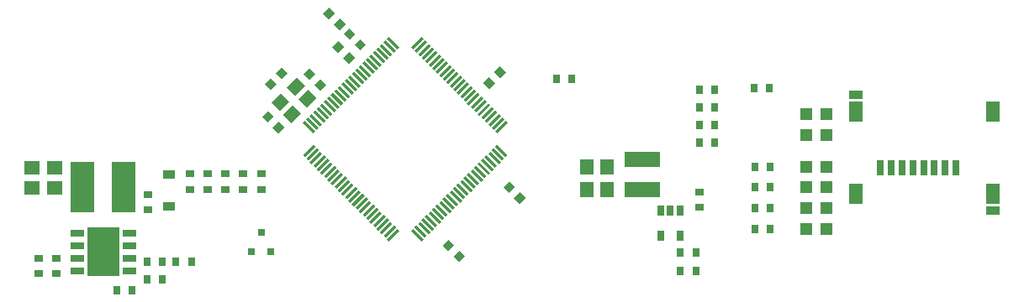
<source format=gbr>
G04 #@! TF.FileFunction,Paste,Top*
%FSLAX46Y46*%
G04 Gerber Fmt 4.6, Leading zero omitted, Abs format (unit mm)*
G04 Created by KiCad (PCBNEW 4.0.3+e1-6302~38~ubuntu14.04.1-stable) date Wed Sep 28 21:03:55 2016*
%MOMM*%
%LPD*%
G01*
G04 APERTURE LIST*
%ADD10C,0.100000*%
%ADD11R,1.198880X1.198880*%
%ADD12R,3.600000X1.500000*%
%ADD13R,0.800100X0.800100*%
%ADD14R,0.700000X1.000000*%
%ADD15R,0.864000X0.787000*%
%ADD16R,0.787000X0.864000*%
%ADD17R,2.350000X5.100000*%
%ADD18R,1.350000X0.750000*%
%ADD19R,3.200000X4.900000*%
%ADD20R,1.220000X0.910000*%
%ADD21R,1.500000X1.400000*%
%ADD22R,1.400000X1.500000*%
%ADD23R,0.800000X1.500000*%
%ADD24R,1.450000X2.000000*%
%ADD25R,1.450000X0.900000*%
G04 APERTURE END LIST*
D10*
D11*
X155350980Y-89600000D03*
X157449020Y-89600000D03*
X155350980Y-87500000D03*
X157449020Y-87500000D03*
X155350980Y-99100000D03*
X157449020Y-99100000D03*
X155350980Y-97000000D03*
X157449020Y-97000000D03*
X155350980Y-94900000D03*
X157449020Y-94900000D03*
X155350980Y-92800000D03*
X157449020Y-92800000D03*
D12*
X138900000Y-95125000D03*
X138900000Y-92075000D03*
D10*
G36*
X108846662Y-79401992D02*
X109376992Y-78871662D01*
X109942678Y-79437348D01*
X109412348Y-79967678D01*
X108846662Y-79401992D01*
X108846662Y-79401992D01*
G37*
G36*
X109907322Y-80462652D02*
X110437652Y-79932322D01*
X111003338Y-80498008D01*
X110473008Y-81028338D01*
X109907322Y-80462652D01*
X109907322Y-80462652D01*
G37*
D13*
X99550000Y-101400760D03*
X101450000Y-101400760D03*
X100500000Y-99401780D03*
D10*
G36*
X113161522Y-79888373D02*
X113373654Y-79676241D01*
X114434314Y-80736901D01*
X114222182Y-80949033D01*
X113161522Y-79888373D01*
X113161522Y-79888373D01*
G37*
G36*
X112807969Y-80241926D02*
X113020101Y-80029794D01*
X114080761Y-81090454D01*
X113868629Y-81302586D01*
X112807969Y-80241926D01*
X112807969Y-80241926D01*
G37*
G36*
X112454416Y-80595480D02*
X112666548Y-80383348D01*
X113727208Y-81444008D01*
X113515076Y-81656140D01*
X112454416Y-80595480D01*
X112454416Y-80595480D01*
G37*
G36*
X112100862Y-80949033D02*
X112312994Y-80736901D01*
X113373654Y-81797561D01*
X113161522Y-82009693D01*
X112100862Y-80949033D01*
X112100862Y-80949033D01*
G37*
G36*
X111747309Y-81302587D02*
X111959441Y-81090455D01*
X113020101Y-82151115D01*
X112807969Y-82363247D01*
X111747309Y-81302587D01*
X111747309Y-81302587D01*
G37*
G36*
X111393756Y-81656140D02*
X111605888Y-81444008D01*
X112666548Y-82504668D01*
X112454416Y-82716800D01*
X111393756Y-81656140D01*
X111393756Y-81656140D01*
G37*
G36*
X111040202Y-82009693D02*
X111252334Y-81797561D01*
X112312994Y-82858221D01*
X112100862Y-83070353D01*
X111040202Y-82009693D01*
X111040202Y-82009693D01*
G37*
G36*
X110686649Y-82363247D02*
X110898781Y-82151115D01*
X111959441Y-83211775D01*
X111747309Y-83423907D01*
X110686649Y-82363247D01*
X110686649Y-82363247D01*
G37*
G36*
X110333095Y-82716800D02*
X110545227Y-82504668D01*
X111605887Y-83565328D01*
X111393755Y-83777460D01*
X110333095Y-82716800D01*
X110333095Y-82716800D01*
G37*
G36*
X109979542Y-83070354D02*
X110191674Y-82858222D01*
X111252334Y-83918882D01*
X111040202Y-84131014D01*
X109979542Y-83070354D01*
X109979542Y-83070354D01*
G37*
G36*
X109625989Y-83423907D02*
X109838121Y-83211775D01*
X110898781Y-84272435D01*
X110686649Y-84484567D01*
X109625989Y-83423907D01*
X109625989Y-83423907D01*
G37*
G36*
X109272435Y-83777460D02*
X109484567Y-83565328D01*
X110545227Y-84625988D01*
X110333095Y-84838120D01*
X109272435Y-83777460D01*
X109272435Y-83777460D01*
G37*
G36*
X108918882Y-84131014D02*
X109131014Y-83918882D01*
X110191674Y-84979542D01*
X109979542Y-85191674D01*
X108918882Y-84131014D01*
X108918882Y-84131014D01*
G37*
G36*
X108565328Y-84484567D02*
X108777460Y-84272435D01*
X109838120Y-85333095D01*
X109625988Y-85545227D01*
X108565328Y-84484567D01*
X108565328Y-84484567D01*
G37*
G36*
X108211775Y-84838121D02*
X108423907Y-84625989D01*
X109484567Y-85686649D01*
X109272435Y-85898781D01*
X108211775Y-84838121D01*
X108211775Y-84838121D01*
G37*
G36*
X107858222Y-85191674D02*
X108070354Y-84979542D01*
X109131014Y-86040202D01*
X108918882Y-86252334D01*
X107858222Y-85191674D01*
X107858222Y-85191674D01*
G37*
G36*
X107504668Y-85545227D02*
X107716800Y-85333095D01*
X108777460Y-86393755D01*
X108565328Y-86605887D01*
X107504668Y-85545227D01*
X107504668Y-85545227D01*
G37*
G36*
X107151115Y-85898781D02*
X107363247Y-85686649D01*
X108423907Y-86747309D01*
X108211775Y-86959441D01*
X107151115Y-85898781D01*
X107151115Y-85898781D01*
G37*
G36*
X106797561Y-86252334D02*
X107009693Y-86040202D01*
X108070353Y-87100862D01*
X107858221Y-87312994D01*
X106797561Y-86252334D01*
X106797561Y-86252334D01*
G37*
G36*
X106444008Y-86605888D02*
X106656140Y-86393756D01*
X107716800Y-87454416D01*
X107504668Y-87666548D01*
X106444008Y-86605888D01*
X106444008Y-86605888D01*
G37*
G36*
X106090455Y-86959441D02*
X106302587Y-86747309D01*
X107363247Y-87807969D01*
X107151115Y-88020101D01*
X106090455Y-86959441D01*
X106090455Y-86959441D01*
G37*
G36*
X105736901Y-87312994D02*
X105949033Y-87100862D01*
X107009693Y-88161522D01*
X106797561Y-88373654D01*
X105736901Y-87312994D01*
X105736901Y-87312994D01*
G37*
G36*
X105383348Y-87666548D02*
X105595480Y-87454416D01*
X106656140Y-88515076D01*
X106444008Y-88727208D01*
X105383348Y-87666548D01*
X105383348Y-87666548D01*
G37*
G36*
X105029794Y-88020101D02*
X105241926Y-87807969D01*
X106302586Y-88868629D01*
X106090454Y-89080761D01*
X105029794Y-88020101D01*
X105029794Y-88020101D01*
G37*
G36*
X104676241Y-88373654D02*
X104888373Y-88161522D01*
X105949033Y-89222182D01*
X105736901Y-89434314D01*
X104676241Y-88373654D01*
X104676241Y-88373654D01*
G37*
G36*
X104888373Y-91838478D02*
X104676241Y-91626346D01*
X105736901Y-90565686D01*
X105949033Y-90777818D01*
X104888373Y-91838478D01*
X104888373Y-91838478D01*
G37*
G36*
X105241926Y-92192031D02*
X105029794Y-91979899D01*
X106090454Y-90919239D01*
X106302586Y-91131371D01*
X105241926Y-92192031D01*
X105241926Y-92192031D01*
G37*
G36*
X105595480Y-92545584D02*
X105383348Y-92333452D01*
X106444008Y-91272792D01*
X106656140Y-91484924D01*
X105595480Y-92545584D01*
X105595480Y-92545584D01*
G37*
G36*
X105949033Y-92899138D02*
X105736901Y-92687006D01*
X106797561Y-91626346D01*
X107009693Y-91838478D01*
X105949033Y-92899138D01*
X105949033Y-92899138D01*
G37*
G36*
X106302587Y-93252691D02*
X106090455Y-93040559D01*
X107151115Y-91979899D01*
X107363247Y-92192031D01*
X106302587Y-93252691D01*
X106302587Y-93252691D01*
G37*
G36*
X106656140Y-93606244D02*
X106444008Y-93394112D01*
X107504668Y-92333452D01*
X107716800Y-92545584D01*
X106656140Y-93606244D01*
X106656140Y-93606244D01*
G37*
G36*
X107009693Y-93959798D02*
X106797561Y-93747666D01*
X107858221Y-92687006D01*
X108070353Y-92899138D01*
X107009693Y-93959798D01*
X107009693Y-93959798D01*
G37*
G36*
X107363247Y-94313351D02*
X107151115Y-94101219D01*
X108211775Y-93040559D01*
X108423907Y-93252691D01*
X107363247Y-94313351D01*
X107363247Y-94313351D01*
G37*
G36*
X107716800Y-94666905D02*
X107504668Y-94454773D01*
X108565328Y-93394113D01*
X108777460Y-93606245D01*
X107716800Y-94666905D01*
X107716800Y-94666905D01*
G37*
G36*
X108070354Y-95020458D02*
X107858222Y-94808326D01*
X108918882Y-93747666D01*
X109131014Y-93959798D01*
X108070354Y-95020458D01*
X108070354Y-95020458D01*
G37*
G36*
X108423907Y-95374011D02*
X108211775Y-95161879D01*
X109272435Y-94101219D01*
X109484567Y-94313351D01*
X108423907Y-95374011D01*
X108423907Y-95374011D01*
G37*
G36*
X108777460Y-95727565D02*
X108565328Y-95515433D01*
X109625988Y-94454773D01*
X109838120Y-94666905D01*
X108777460Y-95727565D01*
X108777460Y-95727565D01*
G37*
G36*
X109131014Y-96081118D02*
X108918882Y-95868986D01*
X109979542Y-94808326D01*
X110191674Y-95020458D01*
X109131014Y-96081118D01*
X109131014Y-96081118D01*
G37*
G36*
X109484567Y-96434672D02*
X109272435Y-96222540D01*
X110333095Y-95161880D01*
X110545227Y-95374012D01*
X109484567Y-96434672D01*
X109484567Y-96434672D01*
G37*
G36*
X109838121Y-96788225D02*
X109625989Y-96576093D01*
X110686649Y-95515433D01*
X110898781Y-95727565D01*
X109838121Y-96788225D01*
X109838121Y-96788225D01*
G37*
G36*
X110191674Y-97141778D02*
X109979542Y-96929646D01*
X111040202Y-95868986D01*
X111252334Y-96081118D01*
X110191674Y-97141778D01*
X110191674Y-97141778D01*
G37*
G36*
X110545227Y-97495332D02*
X110333095Y-97283200D01*
X111393755Y-96222540D01*
X111605887Y-96434672D01*
X110545227Y-97495332D01*
X110545227Y-97495332D01*
G37*
G36*
X110898781Y-97848885D02*
X110686649Y-97636753D01*
X111747309Y-96576093D01*
X111959441Y-96788225D01*
X110898781Y-97848885D01*
X110898781Y-97848885D01*
G37*
G36*
X111252334Y-98202439D02*
X111040202Y-97990307D01*
X112100862Y-96929647D01*
X112312994Y-97141779D01*
X111252334Y-98202439D01*
X111252334Y-98202439D01*
G37*
G36*
X111605888Y-98555992D02*
X111393756Y-98343860D01*
X112454416Y-97283200D01*
X112666548Y-97495332D01*
X111605888Y-98555992D01*
X111605888Y-98555992D01*
G37*
G36*
X111959441Y-98909545D02*
X111747309Y-98697413D01*
X112807969Y-97636753D01*
X113020101Y-97848885D01*
X111959441Y-98909545D01*
X111959441Y-98909545D01*
G37*
G36*
X112312994Y-99263099D02*
X112100862Y-99050967D01*
X113161522Y-97990307D01*
X113373654Y-98202439D01*
X112312994Y-99263099D01*
X112312994Y-99263099D01*
G37*
G36*
X112666548Y-99616652D02*
X112454416Y-99404520D01*
X113515076Y-98343860D01*
X113727208Y-98555992D01*
X112666548Y-99616652D01*
X112666548Y-99616652D01*
G37*
G36*
X113020101Y-99970206D02*
X112807969Y-99758074D01*
X113868629Y-98697414D01*
X114080761Y-98909546D01*
X113020101Y-99970206D01*
X113020101Y-99970206D01*
G37*
G36*
X113373654Y-100323759D02*
X113161522Y-100111627D01*
X114222182Y-99050967D01*
X114434314Y-99263099D01*
X113373654Y-100323759D01*
X113373654Y-100323759D01*
G37*
G36*
X115565686Y-99263099D02*
X115777818Y-99050967D01*
X116838478Y-100111627D01*
X116626346Y-100323759D01*
X115565686Y-99263099D01*
X115565686Y-99263099D01*
G37*
G36*
X115919239Y-98909546D02*
X116131371Y-98697414D01*
X117192031Y-99758074D01*
X116979899Y-99970206D01*
X115919239Y-98909546D01*
X115919239Y-98909546D01*
G37*
G36*
X116272792Y-98555992D02*
X116484924Y-98343860D01*
X117545584Y-99404520D01*
X117333452Y-99616652D01*
X116272792Y-98555992D01*
X116272792Y-98555992D01*
G37*
G36*
X116626346Y-98202439D02*
X116838478Y-97990307D01*
X117899138Y-99050967D01*
X117687006Y-99263099D01*
X116626346Y-98202439D01*
X116626346Y-98202439D01*
G37*
G36*
X116979899Y-97848885D02*
X117192031Y-97636753D01*
X118252691Y-98697413D01*
X118040559Y-98909545D01*
X116979899Y-97848885D01*
X116979899Y-97848885D01*
G37*
G36*
X117333452Y-97495332D02*
X117545584Y-97283200D01*
X118606244Y-98343860D01*
X118394112Y-98555992D01*
X117333452Y-97495332D01*
X117333452Y-97495332D01*
G37*
G36*
X117687006Y-97141779D02*
X117899138Y-96929647D01*
X118959798Y-97990307D01*
X118747666Y-98202439D01*
X117687006Y-97141779D01*
X117687006Y-97141779D01*
G37*
G36*
X118040559Y-96788225D02*
X118252691Y-96576093D01*
X119313351Y-97636753D01*
X119101219Y-97848885D01*
X118040559Y-96788225D01*
X118040559Y-96788225D01*
G37*
G36*
X118394113Y-96434672D02*
X118606245Y-96222540D01*
X119666905Y-97283200D01*
X119454773Y-97495332D01*
X118394113Y-96434672D01*
X118394113Y-96434672D01*
G37*
G36*
X118747666Y-96081118D02*
X118959798Y-95868986D01*
X120020458Y-96929646D01*
X119808326Y-97141778D01*
X118747666Y-96081118D01*
X118747666Y-96081118D01*
G37*
G36*
X119101219Y-95727565D02*
X119313351Y-95515433D01*
X120374011Y-96576093D01*
X120161879Y-96788225D01*
X119101219Y-95727565D01*
X119101219Y-95727565D01*
G37*
G36*
X119454773Y-95374012D02*
X119666905Y-95161880D01*
X120727565Y-96222540D01*
X120515433Y-96434672D01*
X119454773Y-95374012D01*
X119454773Y-95374012D01*
G37*
G36*
X119808326Y-95020458D02*
X120020458Y-94808326D01*
X121081118Y-95868986D01*
X120868986Y-96081118D01*
X119808326Y-95020458D01*
X119808326Y-95020458D01*
G37*
G36*
X120161880Y-94666905D02*
X120374012Y-94454773D01*
X121434672Y-95515433D01*
X121222540Y-95727565D01*
X120161880Y-94666905D01*
X120161880Y-94666905D01*
G37*
G36*
X120515433Y-94313351D02*
X120727565Y-94101219D01*
X121788225Y-95161879D01*
X121576093Y-95374011D01*
X120515433Y-94313351D01*
X120515433Y-94313351D01*
G37*
G36*
X120868986Y-93959798D02*
X121081118Y-93747666D01*
X122141778Y-94808326D01*
X121929646Y-95020458D01*
X120868986Y-93959798D01*
X120868986Y-93959798D01*
G37*
G36*
X121222540Y-93606245D02*
X121434672Y-93394113D01*
X122495332Y-94454773D01*
X122283200Y-94666905D01*
X121222540Y-93606245D01*
X121222540Y-93606245D01*
G37*
G36*
X121576093Y-93252691D02*
X121788225Y-93040559D01*
X122848885Y-94101219D01*
X122636753Y-94313351D01*
X121576093Y-93252691D01*
X121576093Y-93252691D01*
G37*
G36*
X121929647Y-92899138D02*
X122141779Y-92687006D01*
X123202439Y-93747666D01*
X122990307Y-93959798D01*
X121929647Y-92899138D01*
X121929647Y-92899138D01*
G37*
G36*
X122283200Y-92545584D02*
X122495332Y-92333452D01*
X123555992Y-93394112D01*
X123343860Y-93606244D01*
X122283200Y-92545584D01*
X122283200Y-92545584D01*
G37*
G36*
X122636753Y-92192031D02*
X122848885Y-91979899D01*
X123909545Y-93040559D01*
X123697413Y-93252691D01*
X122636753Y-92192031D01*
X122636753Y-92192031D01*
G37*
G36*
X122990307Y-91838478D02*
X123202439Y-91626346D01*
X124263099Y-92687006D01*
X124050967Y-92899138D01*
X122990307Y-91838478D01*
X122990307Y-91838478D01*
G37*
G36*
X123343860Y-91484924D02*
X123555992Y-91272792D01*
X124616652Y-92333452D01*
X124404520Y-92545584D01*
X123343860Y-91484924D01*
X123343860Y-91484924D01*
G37*
G36*
X123697414Y-91131371D02*
X123909546Y-90919239D01*
X124970206Y-91979899D01*
X124758074Y-92192031D01*
X123697414Y-91131371D01*
X123697414Y-91131371D01*
G37*
G36*
X124050967Y-90777818D02*
X124263099Y-90565686D01*
X125323759Y-91626346D01*
X125111627Y-91838478D01*
X124050967Y-90777818D01*
X124050967Y-90777818D01*
G37*
G36*
X124263099Y-89434314D02*
X124050967Y-89222182D01*
X125111627Y-88161522D01*
X125323759Y-88373654D01*
X124263099Y-89434314D01*
X124263099Y-89434314D01*
G37*
G36*
X123909546Y-89080761D02*
X123697414Y-88868629D01*
X124758074Y-87807969D01*
X124970206Y-88020101D01*
X123909546Y-89080761D01*
X123909546Y-89080761D01*
G37*
G36*
X123555992Y-88727208D02*
X123343860Y-88515076D01*
X124404520Y-87454416D01*
X124616652Y-87666548D01*
X123555992Y-88727208D01*
X123555992Y-88727208D01*
G37*
G36*
X123202439Y-88373654D02*
X122990307Y-88161522D01*
X124050967Y-87100862D01*
X124263099Y-87312994D01*
X123202439Y-88373654D01*
X123202439Y-88373654D01*
G37*
G36*
X122848885Y-88020101D02*
X122636753Y-87807969D01*
X123697413Y-86747309D01*
X123909545Y-86959441D01*
X122848885Y-88020101D01*
X122848885Y-88020101D01*
G37*
G36*
X122495332Y-87666548D02*
X122283200Y-87454416D01*
X123343860Y-86393756D01*
X123555992Y-86605888D01*
X122495332Y-87666548D01*
X122495332Y-87666548D01*
G37*
G36*
X122141779Y-87312994D02*
X121929647Y-87100862D01*
X122990307Y-86040202D01*
X123202439Y-86252334D01*
X122141779Y-87312994D01*
X122141779Y-87312994D01*
G37*
G36*
X121788225Y-86959441D02*
X121576093Y-86747309D01*
X122636753Y-85686649D01*
X122848885Y-85898781D01*
X121788225Y-86959441D01*
X121788225Y-86959441D01*
G37*
G36*
X121434672Y-86605887D02*
X121222540Y-86393755D01*
X122283200Y-85333095D01*
X122495332Y-85545227D01*
X121434672Y-86605887D01*
X121434672Y-86605887D01*
G37*
G36*
X121081118Y-86252334D02*
X120868986Y-86040202D01*
X121929646Y-84979542D01*
X122141778Y-85191674D01*
X121081118Y-86252334D01*
X121081118Y-86252334D01*
G37*
G36*
X120727565Y-85898781D02*
X120515433Y-85686649D01*
X121576093Y-84625989D01*
X121788225Y-84838121D01*
X120727565Y-85898781D01*
X120727565Y-85898781D01*
G37*
G36*
X120374012Y-85545227D02*
X120161880Y-85333095D01*
X121222540Y-84272435D01*
X121434672Y-84484567D01*
X120374012Y-85545227D01*
X120374012Y-85545227D01*
G37*
G36*
X120020458Y-85191674D02*
X119808326Y-84979542D01*
X120868986Y-83918882D01*
X121081118Y-84131014D01*
X120020458Y-85191674D01*
X120020458Y-85191674D01*
G37*
G36*
X119666905Y-84838120D02*
X119454773Y-84625988D01*
X120515433Y-83565328D01*
X120727565Y-83777460D01*
X119666905Y-84838120D01*
X119666905Y-84838120D01*
G37*
G36*
X119313351Y-84484567D02*
X119101219Y-84272435D01*
X120161879Y-83211775D01*
X120374011Y-83423907D01*
X119313351Y-84484567D01*
X119313351Y-84484567D01*
G37*
G36*
X118959798Y-84131014D02*
X118747666Y-83918882D01*
X119808326Y-82858222D01*
X120020458Y-83070354D01*
X118959798Y-84131014D01*
X118959798Y-84131014D01*
G37*
G36*
X118606245Y-83777460D02*
X118394113Y-83565328D01*
X119454773Y-82504668D01*
X119666905Y-82716800D01*
X118606245Y-83777460D01*
X118606245Y-83777460D01*
G37*
G36*
X118252691Y-83423907D02*
X118040559Y-83211775D01*
X119101219Y-82151115D01*
X119313351Y-82363247D01*
X118252691Y-83423907D01*
X118252691Y-83423907D01*
G37*
G36*
X117899138Y-83070353D02*
X117687006Y-82858221D01*
X118747666Y-81797561D01*
X118959798Y-82009693D01*
X117899138Y-83070353D01*
X117899138Y-83070353D01*
G37*
G36*
X117545584Y-82716800D02*
X117333452Y-82504668D01*
X118394112Y-81444008D01*
X118606244Y-81656140D01*
X117545584Y-82716800D01*
X117545584Y-82716800D01*
G37*
G36*
X117192031Y-82363247D02*
X116979899Y-82151115D01*
X118040559Y-81090455D01*
X118252691Y-81302587D01*
X117192031Y-82363247D01*
X117192031Y-82363247D01*
G37*
G36*
X116838478Y-82009693D02*
X116626346Y-81797561D01*
X117687006Y-80736901D01*
X117899138Y-80949033D01*
X116838478Y-82009693D01*
X116838478Y-82009693D01*
G37*
G36*
X116484924Y-81656140D02*
X116272792Y-81444008D01*
X117333452Y-80383348D01*
X117545584Y-80595480D01*
X116484924Y-81656140D01*
X116484924Y-81656140D01*
G37*
G36*
X116131371Y-81302586D02*
X115919239Y-81090454D01*
X116979899Y-80029794D01*
X117192031Y-80241926D01*
X116131371Y-81302586D01*
X116131371Y-81302586D01*
G37*
G36*
X115777818Y-80949033D02*
X115565686Y-80736901D01*
X116626346Y-79676241D01*
X116838478Y-79888373D01*
X115777818Y-80949033D01*
X115777818Y-80949033D01*
G37*
D14*
X142650000Y-97200000D03*
X141700000Y-97200000D03*
X140750000Y-97200000D03*
X140750000Y-99800000D03*
X142650000Y-99800000D03*
D10*
G36*
X118768629Y-100779570D02*
X119379570Y-100168629D01*
X119936063Y-100725122D01*
X119325122Y-101336063D01*
X118768629Y-100779570D01*
X118768629Y-100779570D01*
G37*
G36*
X119863937Y-101874878D02*
X120474878Y-101263937D01*
X121031371Y-101820430D01*
X120420430Y-102431371D01*
X119863937Y-101874878D01*
X119863937Y-101874878D01*
G37*
G36*
X124868629Y-94879570D02*
X125479570Y-94268629D01*
X126036063Y-94825122D01*
X125425122Y-95436063D01*
X124868629Y-94879570D01*
X124868629Y-94879570D01*
G37*
G36*
X125963937Y-95974878D02*
X126574878Y-95363937D01*
X127131371Y-95920430D01*
X126520430Y-96531371D01*
X125963937Y-95974878D01*
X125963937Y-95974878D01*
G37*
G36*
X107031371Y-84520430D02*
X106420430Y-85131371D01*
X105863937Y-84574878D01*
X106474878Y-83963937D01*
X107031371Y-84520430D01*
X107031371Y-84520430D01*
G37*
G36*
X105936063Y-83425122D02*
X105325122Y-84036063D01*
X104768629Y-83479570D01*
X105379570Y-82868629D01*
X105936063Y-83425122D01*
X105936063Y-83425122D01*
G37*
G36*
X123479570Y-84931371D02*
X122868629Y-84320430D01*
X123425122Y-83763937D01*
X124036063Y-84374878D01*
X123479570Y-84931371D01*
X123479570Y-84931371D01*
G37*
G36*
X124574878Y-83836063D02*
X123963937Y-83225122D01*
X124520430Y-82668629D01*
X125131371Y-83279570D01*
X124574878Y-83836063D01*
X124574878Y-83836063D01*
G37*
G36*
X109006371Y-78395430D02*
X108395430Y-79006371D01*
X107838937Y-78449878D01*
X108449878Y-77838937D01*
X109006371Y-78395430D01*
X109006371Y-78395430D01*
G37*
G36*
X107911063Y-77300122D02*
X107300122Y-77911063D01*
X106743629Y-77354570D01*
X107354570Y-76743629D01*
X107911063Y-77300122D01*
X107911063Y-77300122D01*
G37*
G36*
X109931371Y-81795430D02*
X109320430Y-82406371D01*
X108763937Y-81849878D01*
X109374878Y-81238937D01*
X109931371Y-81795430D01*
X109931371Y-81795430D01*
G37*
G36*
X108836063Y-80700122D02*
X108225122Y-81311063D01*
X107668629Y-80754570D01*
X108279570Y-80143629D01*
X108836063Y-80700122D01*
X108836063Y-80700122D01*
G37*
G36*
X102831371Y-88820430D02*
X102220430Y-89431371D01*
X101663937Y-88874878D01*
X102274878Y-88263937D01*
X102831371Y-88820430D01*
X102831371Y-88820430D01*
G37*
G36*
X101736063Y-87725122D02*
X101125122Y-88336063D01*
X100568629Y-87779570D01*
X101179570Y-87168629D01*
X101736063Y-87725122D01*
X101736063Y-87725122D01*
G37*
G36*
X102520430Y-82768629D02*
X103131371Y-83379570D01*
X102574878Y-83936063D01*
X101963937Y-83325122D01*
X102520430Y-82768629D01*
X102520430Y-82768629D01*
G37*
G36*
X101425122Y-83863937D02*
X102036063Y-84474878D01*
X101479570Y-85031371D01*
X100868629Y-84420430D01*
X101425122Y-83863937D01*
X101425122Y-83863937D01*
G37*
D15*
X95100000Y-93525500D03*
X95100000Y-95074500D03*
X96900000Y-93525500D03*
X96900000Y-95074500D03*
D16*
X146174500Y-86800000D03*
X144625500Y-86800000D03*
X150125500Y-84900000D03*
X151674500Y-84900000D03*
X150225500Y-99100000D03*
X151774500Y-99100000D03*
X150225500Y-97000000D03*
X151774500Y-97000000D03*
X150225500Y-94900000D03*
X151774500Y-94900000D03*
X150225500Y-92800000D03*
X151774500Y-92800000D03*
X144625500Y-90400000D03*
X146174500Y-90400000D03*
X144625500Y-88600000D03*
X146174500Y-88600000D03*
X131774500Y-83900000D03*
X130225500Y-83900000D03*
X146174500Y-85000000D03*
X144625500Y-85000000D03*
D15*
X144600000Y-96874500D03*
X144600000Y-95325500D03*
D16*
X144274500Y-101500000D03*
X142725500Y-101500000D03*
X142725500Y-103300000D03*
X144274500Y-103300000D03*
D15*
X79900000Y-102025500D03*
X79900000Y-103574500D03*
X78100000Y-102025500D03*
X78100000Y-103574500D03*
D16*
X89025500Y-102400000D03*
X90574500Y-102400000D03*
D15*
X89100000Y-95625500D03*
X89100000Y-97174500D03*
D17*
X86675000Y-94900000D03*
X82525000Y-94900000D03*
D16*
X91925500Y-102400000D03*
X93474500Y-102400000D03*
X90574500Y-104200000D03*
X89025500Y-104200000D03*
X87474500Y-105300000D03*
X85925500Y-105300000D03*
D18*
X81975000Y-99495000D03*
X81975000Y-100765000D03*
X81975000Y-102035000D03*
X81975000Y-103305000D03*
X87225000Y-103305000D03*
X87225000Y-102035000D03*
X87225000Y-100765000D03*
X87225000Y-99495000D03*
D19*
X84600000Y-101400000D03*
D10*
G36*
X103552512Y-88398097D02*
X102703984Y-87549569D01*
X103693934Y-86559619D01*
X104542462Y-87408147D01*
X103552512Y-88398097D01*
X103552512Y-88398097D01*
G37*
G36*
X105108147Y-86842462D02*
X104259619Y-85993934D01*
X105249569Y-85003984D01*
X106098097Y-85852512D01*
X105108147Y-86842462D01*
X105108147Y-86842462D01*
G37*
G36*
X103906066Y-85640381D02*
X103057538Y-84791853D01*
X104047488Y-83801903D01*
X104896016Y-84650431D01*
X103906066Y-85640381D01*
X103906066Y-85640381D01*
G37*
G36*
X102350431Y-87196016D02*
X101501903Y-86347488D01*
X102491853Y-85357538D01*
X103340381Y-86206066D01*
X102350431Y-87196016D01*
X102350431Y-87196016D01*
G37*
D20*
X91200000Y-96835000D03*
X91200000Y-93565000D03*
D21*
X77400000Y-94925000D03*
X77400000Y-92875000D03*
X79700000Y-94925000D03*
X79700000Y-92875000D03*
D22*
X135325000Y-95100000D03*
X133275000Y-95100000D03*
X135325000Y-92800000D03*
X133275000Y-92800000D03*
D23*
X170500000Y-92950000D03*
X169400000Y-92950000D03*
X168300000Y-92950000D03*
X167200000Y-92950000D03*
X166100000Y-92950000D03*
X165000000Y-92950000D03*
X163900000Y-92950000D03*
X162800000Y-92950000D03*
D24*
X160425000Y-87250000D03*
X174175000Y-87250000D03*
X160425000Y-95550000D03*
X174175000Y-95550000D03*
D25*
X174175000Y-97250000D03*
X160425000Y-85550000D03*
D15*
X98700000Y-95074500D03*
X98700000Y-93525500D03*
X93300000Y-95074500D03*
X93300000Y-93525500D03*
X100500000Y-95074500D03*
X100500000Y-93525500D03*
M02*

</source>
